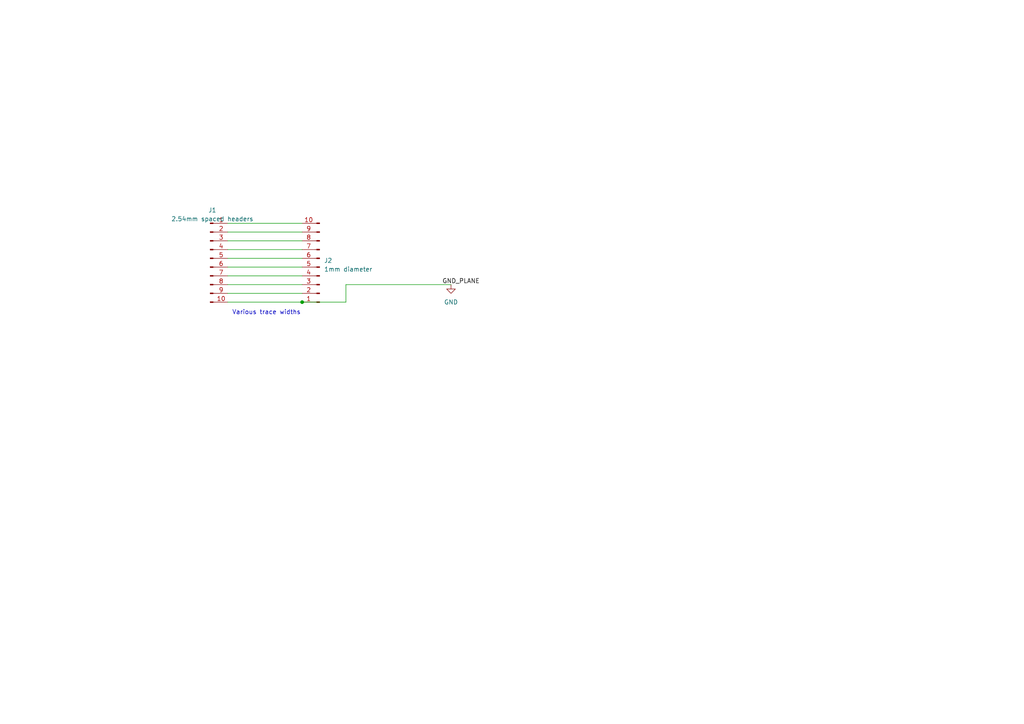
<source format=kicad_sch>
(kicad_sch (version 20230121) (generator eeschema)
  (paper "A4")
  (lib_symbols
    (symbol "Connector:Conn_01x10_Pin" (pin_names (offset 1.016) hide)
      (property "Reference" "J" (at 0 12.7 0))
      (property "Value" "Conn_01x10_Pin" (at 0 -15.24 0))
      (symbol "Conn_01x10_Pin_1_1"
        (polyline (pts (xy 1.27 -12.7) (xy 0.8636 -12.7)) (stroke (width 0.1524)))
        (polyline (pts (xy 1.27 -10.16) (xy 0.8636 -10.16)) (stroke (width 0.1524)))
        (polyline (pts (xy 1.27 -7.62) (xy 0.8636 -7.62)) (stroke (width 0.1524)))
        (polyline (pts (xy 1.27 -5.08) (xy 0.8636 -5.08)) (stroke (width 0.1524)))
        (polyline (pts (xy 1.27 -2.54) (xy 0.8636 -2.54)) (stroke (width 0.1524)))
        (polyline (pts (xy 1.27 0) (xy 0.8636 0)) (stroke (width 0.1524)))
        (polyline (pts (xy 1.27 2.54) (xy 0.8636 2.54)) (stroke (width 0.1524)))
        (polyline (pts (xy 1.27 5.08) (xy 0.8636 5.08)) (stroke (width 0.1524)))
        (polyline (pts (xy 1.27 7.62) (xy 0.8636 7.62)) (stroke (width 0.1524)))
        (polyline (pts (xy 1.27 10.16) (xy 0.8636 10.16)) (stroke (width 0.1524)))
        (rectangle (start 0.8636 -12.573) (end 0 -12.827) (stroke (width 0.1524)) (fill (type outline)))
        (rectangle (start 0.8636 -10.033) (end 0 -10.287) (stroke (width 0.1524)) (fill (type outline)))
        (rectangle (start 0.8636 -7.493) (end 0 -7.747) (stroke (width 0.1524)) (fill (type outline)))
        (rectangle (start 0.8636 -4.953) (end 0 -5.207) (stroke (width 0.1524)) (fill (type outline)))
        (rectangle (start 0.8636 -2.413) (end 0 -2.667) (stroke (width 0.1524)) (fill (type outline)))
        (rectangle (start 0.8636 0.127) (end 0 -0.127) (stroke (width 0.1524)) (fill (type outline)))
        (rectangle (start 0.8636 2.667) (end 0 2.413) (stroke (width 0.1524)) (fill (type outline)))
        (rectangle (start 0.8636 5.207) (end 0 4.953) (stroke (width 0.1524)) (fill (type outline)))
        (rectangle (start 0.8636 7.747) (end 0 7.493) (stroke (width 0.1524)) (fill (type outline)))
        (rectangle (start 0.8636 10.287) (end 0 10.033) (stroke (width 0.1524)) (fill (type outline)))
        (pin passive line (at 5.08 10.16 180) (length 3.81) (name "Pin_1") (number "1"))
        (pin passive line (at 5.08 -12.7 180) (length 3.81) (name "Pin_10") (number "10"))
        (pin passive line (at 5.08 7.62 180) (length 3.81) (name "Pin_2") (number "2"))
        (pin passive line (at 5.08 5.08 180) (length 3.81) (name "Pin_3") (number "3"))
        (pin passive line (at 5.08 2.54 180) (length 3.81) (name "Pin_4") (number "4"))
        (pin passive line (at 5.08 0 180) (length 3.81) (name "Pin_5") (number "5"))
        (pin passive line (at 5.08 -2.54 180) (length 3.81) (name "Pin_6") (number "6"))
        (pin passive line (at 5.08 -5.08 180) (length 3.81) (name "Pin_7") (number "7"))
        (pin passive line (at 5.08 -7.62 180) (length 3.81) (name "Pin_8") (number "8"))
        (pin passive line (at 5.08 -10.16 180) (length 3.81) (name "Pin_9") (number "9"))
      )
    )
    (symbol "power:GND" (power) (pin_names (offset 0))
      (property "Value" "GND" (at 0 -3.81 0))
      (symbol "GND_0_1"
        (polyline (pts (xy 0 0) (xy 0 -1.27) (xy 1.27 -1.27) (xy 0 -2.54) (xy -1.27 -1.27) (xy 0 -1.27)))
      )
      (symbol "GND_1_1"
        (pin power_in line (at 0 0 270) (length 0) hide (name "GND") (number "1"))
      )
    )
  )
  (junction (at 87.63 87.63))
  (wire (pts (xy 100.33 82.55) (xy 100.33 87.63)))
  (wire (pts (xy 66.04 77.47) (xy 87.63 77.47)))
  (wire (pts (xy 66.04 85.09) (xy 87.63 85.09)))
  (wire (pts (xy 66.04 72.39) (xy 87.63 72.39)))
  (wire (pts (xy 66.04 69.85) (xy 87.63 69.85)))
  (wire (pts (xy 66.04 67.31) (xy 87.63 67.31)))
  (wire (pts (xy 66.04 64.77) (xy 87.63 64.77)))
  (wire (pts (xy 100.33 82.55) (xy 130.81 82.55)))
  (wire (pts (xy 66.04 82.55) (xy 87.63 82.55)))
  (wire (pts (xy 66.04 80.01) (xy 87.63 80.01)))
  (wire (pts (xy 66.04 87.63) (xy 87.63 87.63)))
  (wire (pts (xy 100.33 87.63) (xy 87.63 87.63)))
  (wire (pts (xy 66.04 74.93) (xy 87.63 74.93)))
  (text "Various trace widths" (at 67.31 91.44 0) (effects (font (size 1.27 1.27)) (justify left bottom)))
  (label "GND_PLANE" (at 128.27 82.55 0))
  (symbol (lib_id "Connector:Conn_01x10_Pin") (at 92.71 77.47 180) (unit 1)
    (property "Reference" "J2" (at 93.98 75.565 0) (effects (justify right)))
    (property "Value" "1mm diameter" (at 93.98 78.105 0) (effects (justify right)))
    (property "Footprint" "Connector_PinHeader_2.54mm:PinHeader_1x10_P2.54mm_Vertical" (effects hide))
  )
  (symbol (lib_id "power:GND") (at 130.81 82.55 0) (unit 1)
    (property "Reference" "#PWR01" (effects hide))
    (property "Value" "GND" (at 130.81 87.63 0))
  )
  (symbol (lib_id "Connector:Conn_01x10_Pin") (at 60.96 74.93 0) (unit 1)
    (property "Reference" "J1" (at 61.595 60.96 0))
    (property "Value" "2.54mm spaced headers" (at 61.595 63.5 0))
    (property "Footprint" "Connector_PinHeader_2.54mm:PinHeader_1x10_P2.54mm_Vertical" (effects hide))
  )
)
</source>
